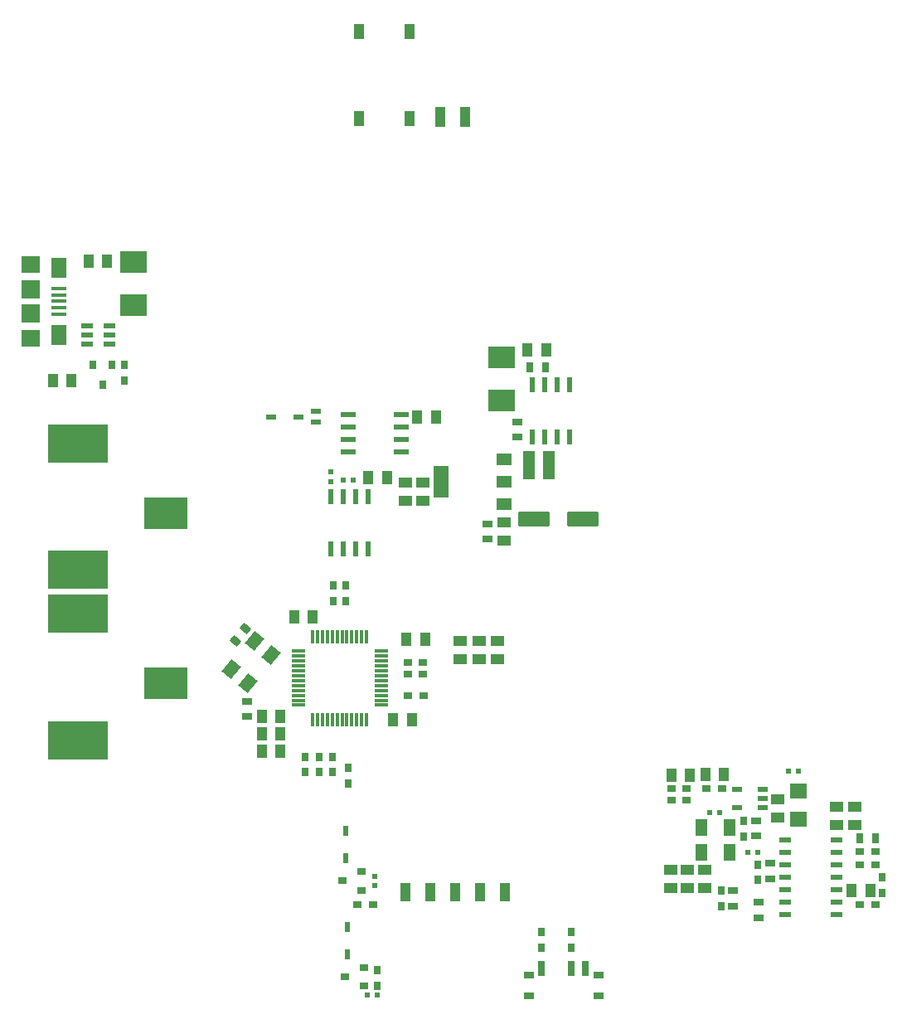
<source format=gtp>
G04*
G04 #@! TF.GenerationSoftware,Altium Limited,Altium Designer,23.7.1 (13)*
G04*
G04 Layer_Color=8421504*
%FSLAX25Y25*%
%MOIN*%
G70*
G04*
G04 #@! TF.SameCoordinates,AA4D2978-76EA-46CB-BF31-C62278C5BCD9*
G04*
G04*
G04 #@! TF.FilePolarity,Positive*
G04*
G01*
G75*
%ADD26R,0.04528X0.07087*%
%ADD27R,0.03937X0.02953*%
%ADD28R,0.03150X0.03799*%
%ADD29R,0.05709X0.03937*%
%ADD30R,0.01968X0.02362*%
%ADD31R,0.03799X0.03150*%
%ADD32R,0.04646X0.02284*%
%ADD33R,0.03937X0.05709*%
%ADD34R,0.02953X0.03937*%
%ADD35R,0.07087X0.05906*%
%ADD36R,0.04331X0.02362*%
G04:AMPARAMS|DCode=37|XSize=125.98mil|YSize=62.99mil|CornerRadius=7.87mil|HoleSize=0mil|Usage=FLASHONLY|Rotation=0.000|XOffset=0mil|YOffset=0mil|HoleType=Round|Shape=RoundedRectangle|*
%AMROUNDEDRECTD37*
21,1,0.12598,0.04724,0,0,0.0*
21,1,0.11024,0.06299,0,0,0.0*
1,1,0.01575,0.05512,-0.02362*
1,1,0.01575,-0.05512,-0.02362*
1,1,0.01575,-0.05512,0.02362*
1,1,0.01575,0.05512,0.02362*
%
%ADD37ROUNDEDRECTD37*%
%ADD38R,0.03937X0.03150*%
%ADD39R,0.02756X0.05906*%
%ADD40R,0.04095X0.07520*%
%ADD41R,0.03543X0.03150*%
%ADD42R,0.02165X0.04134*%
%ADD43R,0.02362X0.01968*%
%ADD44R,0.03150X0.03543*%
%ADD45R,0.04724X0.02362*%
%ADD46R,0.04724X0.02362*%
%ADD47R,0.07480X0.07087*%
%ADD48R,0.07480X0.07480*%
%ADD49R,0.06299X0.08268*%
%ADD50R,0.06299X0.01575*%
%ADD51R,0.10799X0.08500*%
%ADD52R,0.04331X0.05984*%
%ADD53R,0.04331X0.07874*%
%ADD54R,0.04134X0.02165*%
%ADD55R,0.03937X0.01968*%
%ADD56R,0.05906X0.01968*%
%ADD57R,0.06102X0.02362*%
%ADD58R,0.01968X0.05906*%
%ADD59R,0.02362X0.06102*%
%ADD60R,0.05118X0.11811*%
%ADD61R,0.06299X0.12992*%
%ADD62R,0.06299X0.04724*%
G04:AMPARAMS|DCode=63|XSize=29.53mil|YSize=39.37mil|CornerRadius=0mil|HoleSize=0mil|Usage=FLASHONLY|Rotation=50.000|XOffset=0mil|YOffset=0mil|HoleType=Round|Shape=Rectangle|*
%AMROTATEDRECTD63*
4,1,4,0.00559,-0.02396,-0.02457,0.00134,-0.00559,0.02396,0.02457,-0.00134,0.00559,-0.02396,0.0*
%
%ADD63ROTATEDRECTD63*%

G04:AMPARAMS|DCode=64|XSize=62.99mil|YSize=49.21mil|CornerRadius=0mil|HoleSize=0mil|Usage=FLASHONLY|Rotation=50.000|XOffset=0mil|YOffset=0mil|HoleType=Round|Shape=Rectangle|*
%AMROTATEDRECTD64*
4,1,4,-0.00140,-0.03994,-0.03910,-0.00831,0.00140,0.03994,0.03910,0.00831,-0.00140,-0.03994,0.0*
%
%ADD64ROTATEDRECTD64*%

%ADD65R,0.17323X0.12992*%
%ADD66R,0.24410X0.15354*%
%ADD67R,0.01181X0.05709*%
%ADD68R,0.05709X0.01181*%
D26*
X277391Y71750D02*
D03*
X288809D02*
D03*
X277391Y61750D02*
D03*
X288809D02*
D03*
D27*
X299350Y74500D02*
D03*
Y68200D02*
D03*
X305100Y50900D02*
D03*
Y57200D02*
D03*
X290250Y46300D02*
D03*
Y40000D02*
D03*
X300350Y41600D02*
D03*
Y35300D02*
D03*
X203500Y234850D02*
D03*
Y228550D02*
D03*
X191500Y193850D02*
D03*
Y187550D02*
D03*
X94950Y116200D02*
D03*
Y122499D02*
D03*
D28*
X294600Y74450D02*
D03*
Y68150D02*
D03*
X300100Y50551D02*
D03*
Y56850D02*
D03*
X285450Y46300D02*
D03*
Y40000D02*
D03*
X350000Y51799D02*
D03*
Y45500D02*
D03*
X225050Y23350D02*
D03*
Y29649D02*
D03*
X213250Y29649D02*
D03*
Y23350D02*
D03*
X147000Y14338D02*
D03*
Y8039D02*
D03*
X135500Y89401D02*
D03*
Y95700D02*
D03*
X45600Y251350D02*
D03*
Y257650D02*
D03*
X129500Y168999D02*
D03*
Y162700D02*
D03*
X134500Y168999D02*
D03*
Y162700D02*
D03*
X129250Y93851D02*
D03*
Y100150D02*
D03*
X123750Y93851D02*
D03*
Y100150D02*
D03*
X118250Y93851D02*
D03*
Y100150D02*
D03*
D29*
X339000Y72700D02*
D03*
Y80180D02*
D03*
X331950Y72700D02*
D03*
Y80180D02*
D03*
X265200Y47250D02*
D03*
Y54730D02*
D03*
X271950Y47260D02*
D03*
Y54740D02*
D03*
X278750Y47260D02*
D03*
Y54740D02*
D03*
X308200Y75660D02*
D03*
Y83140D02*
D03*
X198000Y186960D02*
D03*
Y194440D02*
D03*
X165500Y210440D02*
D03*
Y202960D02*
D03*
X158500Y210440D02*
D03*
Y202960D02*
D03*
X195500Y139220D02*
D03*
Y146700D02*
D03*
X188000Y139220D02*
D03*
Y146700D02*
D03*
X180500Y139220D02*
D03*
Y146700D02*
D03*
D30*
X296182Y61550D02*
D03*
X300118D02*
D03*
X280931Y77800D02*
D03*
X284869D02*
D03*
X316469Y94350D02*
D03*
X312531D02*
D03*
X143063Y4200D02*
D03*
X147000D02*
D03*
X137437Y211200D02*
D03*
X133500D02*
D03*
D31*
X347400Y40700D02*
D03*
X341100D02*
D03*
X347450Y56550D02*
D03*
X341151D02*
D03*
X341151Y61950D02*
D03*
X347450D02*
D03*
X279350Y87400D02*
D03*
X285650D02*
D03*
X265300Y87250D02*
D03*
X271600D02*
D03*
X265300Y82750D02*
D03*
X271600D02*
D03*
X139201Y40700D02*
D03*
X145500D02*
D03*
X159400Y124800D02*
D03*
X165700D02*
D03*
X165600Y133412D02*
D03*
X159300D02*
D03*
X165600Y137862D02*
D03*
X159300D02*
D03*
D32*
X331950Y66550D02*
D03*
D03*
X311005D02*
D03*
D03*
Y61550D02*
D03*
Y56550D02*
D03*
Y51550D02*
D03*
Y46550D02*
D03*
Y41550D02*
D03*
Y36550D02*
D03*
X331950D02*
D03*
Y41550D02*
D03*
Y46550D02*
D03*
Y51550D02*
D03*
Y56550D02*
D03*
Y61550D02*
D03*
D33*
X337960Y46350D02*
D03*
X345440D02*
D03*
X286480Y93100D02*
D03*
X279000D02*
D03*
X272780Y92850D02*
D03*
X265300D02*
D03*
X121240Y156200D02*
D03*
X113760D02*
D03*
X16760Y251200D02*
D03*
X24240D02*
D03*
X31000Y299200D02*
D03*
X38480D02*
D03*
X207520Y263700D02*
D03*
X215000D02*
D03*
X163260Y236700D02*
D03*
X170740D02*
D03*
X150980Y212200D02*
D03*
X143500D02*
D03*
X108240Y102200D02*
D03*
X100760D02*
D03*
X108240Y109200D02*
D03*
X100760D02*
D03*
X108240Y116200D02*
D03*
X100760D02*
D03*
X166440Y147450D02*
D03*
X158960D02*
D03*
X153560Y115066D02*
D03*
X161040D02*
D03*
D34*
X347300Y67350D02*
D03*
X341000D02*
D03*
X214650Y256700D02*
D03*
X208350D02*
D03*
D35*
X316300Y74933D02*
D03*
Y86350D02*
D03*
D36*
X291782Y87140D02*
D03*
Y79660D02*
D03*
X302018D02*
D03*
Y87140D02*
D03*
Y83400D02*
D03*
D37*
X229823Y195700D02*
D03*
X210177D02*
D03*
D38*
X236071Y12334D02*
D03*
X208118D02*
D03*
X236071Y4066D02*
D03*
X208118D02*
D03*
D39*
X225047Y15090D02*
D03*
X213236D02*
D03*
X230953D02*
D03*
D40*
X198500Y45700D02*
D03*
X188500D02*
D03*
X178500D02*
D03*
X168500D02*
D03*
X158500D02*
D03*
D41*
X134000Y11688D02*
D03*
X141874Y15428D02*
D03*
Y7948D02*
D03*
X133063Y50200D02*
D03*
X140937Y53940D02*
D03*
Y46460D02*
D03*
D42*
X135000Y31700D02*
D03*
Y20676D02*
D03*
X134500Y70212D02*
D03*
Y59188D02*
D03*
D43*
X146000Y52169D02*
D03*
Y48232D02*
D03*
X128500Y214637D02*
D03*
Y210700D02*
D03*
D44*
X36650Y249763D02*
D03*
X32910Y257637D02*
D03*
X40390D02*
D03*
D45*
X30555Y273456D02*
D03*
Y269716D02*
D03*
Y265976D02*
D03*
X39610D02*
D03*
Y269716D02*
D03*
D46*
Y273456D02*
D03*
D47*
X7890Y268239D02*
D03*
Y298161D02*
D03*
D48*
Y287924D02*
D03*
Y278476D02*
D03*
D49*
X19110Y269814D02*
D03*
Y296586D02*
D03*
D50*
Y278082D02*
D03*
Y280641D02*
D03*
Y283200D02*
D03*
Y285759D02*
D03*
Y288318D02*
D03*
D51*
X49000Y281700D02*
D03*
Y299102D02*
D03*
X197000Y243298D02*
D03*
Y260700D02*
D03*
D52*
X139764Y391680D02*
D03*
Y356720D02*
D03*
X160236Y391680D02*
D03*
Y356720D02*
D03*
D53*
X182618Y357200D02*
D03*
X172382D02*
D03*
D54*
X104500Y236700D02*
D03*
X115524D02*
D03*
D55*
X122550Y234585D02*
D03*
Y238915D02*
D03*
D56*
X135370Y237700D02*
D03*
Y232700D02*
D03*
Y227700D02*
D03*
Y222700D02*
D03*
X156630D02*
D03*
Y227700D02*
D03*
Y232700D02*
D03*
Y237700D02*
D03*
D57*
X135370D02*
D03*
X156630Y222700D02*
D03*
D58*
X209500Y228570D02*
D03*
X214500D02*
D03*
X219500D02*
D03*
X224500D02*
D03*
Y249830D02*
D03*
X219500D02*
D03*
X214500D02*
D03*
X209500D02*
D03*
X128500Y183570D02*
D03*
X133500D02*
D03*
X138500D02*
D03*
X143500D02*
D03*
Y204830D02*
D03*
X138500D02*
D03*
X133500D02*
D03*
X128500D02*
D03*
D59*
X209500Y228570D02*
D03*
X224500Y249830D02*
D03*
X128500Y183570D02*
D03*
X143500Y204830D02*
D03*
D60*
X208000Y217200D02*
D03*
X216268D02*
D03*
D61*
X172902Y210700D02*
D03*
D62*
X198098D02*
D03*
Y219755D02*
D03*
Y201645D02*
D03*
D03*
D63*
X90126Y146837D02*
D03*
X94175Y151663D02*
D03*
D64*
X104499Y140996D02*
D03*
X97864Y146563D02*
D03*
X95136Y129837D02*
D03*
X88501Y135404D02*
D03*
D65*
X62197Y198035D02*
D03*
Y129641D02*
D03*
D66*
X26961Y175200D02*
D03*
Y225987D02*
D03*
Y106806D02*
D03*
Y157594D02*
D03*
D67*
X121173Y115066D02*
D03*
X123142D02*
D03*
X138890D02*
D03*
X136921D02*
D03*
X125110D02*
D03*
X127079D02*
D03*
X129047D02*
D03*
X131016D02*
D03*
X132984D02*
D03*
X142827D02*
D03*
X140858D02*
D03*
X134953D02*
D03*
X121173Y148334D02*
D03*
X123142D02*
D03*
X125110D02*
D03*
X127079D02*
D03*
X129047D02*
D03*
X131016D02*
D03*
X132984D02*
D03*
X134953D02*
D03*
X136921D02*
D03*
X138890D02*
D03*
X140858D02*
D03*
X142827D02*
D03*
D68*
X148634Y142527D02*
D03*
Y140558D02*
D03*
Y138590D02*
D03*
Y136621D02*
D03*
Y134653D02*
D03*
Y132684D02*
D03*
Y130716D02*
D03*
Y128747D02*
D03*
Y126779D02*
D03*
Y124810D02*
D03*
Y122842D02*
D03*
Y120873D02*
D03*
X115366D02*
D03*
Y122842D02*
D03*
Y124810D02*
D03*
Y126779D02*
D03*
Y128747D02*
D03*
Y130716D02*
D03*
Y132684D02*
D03*
Y134653D02*
D03*
Y136621D02*
D03*
Y138590D02*
D03*
Y140558D02*
D03*
Y142527D02*
D03*
M02*

</source>
